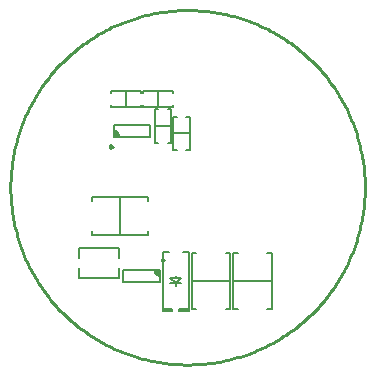
<source format=gto>
G04*
G04 #@! TF.GenerationSoftware,Altium Limited,Altium Designer,22.0.2 (36)*
G04*
G04 Layer_Color=65535*
%FSLAX25Y25*%
%MOIN*%
G70*
G04*
G04 #@! TF.SameCoordinates,1EF7E0F6-051E-4D54-85AB-B994BD640D93*
G04*
G04*
G04 #@! TF.FilePolarity,Positive*
G04*
G01*
G75*
%ADD10C,0.00984*%
%ADD11C,0.00787*%
%ADD12C,0.00591*%
%ADD13C,0.01000*%
G36*
X-9252Y-27559D02*
Y-29528D01*
X-9843D01*
X-11024Y-28346D01*
Y-27559D01*
X-9252D01*
D02*
G37*
G36*
X-24606Y16929D02*
Y18898D01*
X-24016D01*
X-22835Y17717D01*
Y16929D01*
X-24606D01*
D02*
G37*
D10*
X-25000Y13583D02*
X-25738Y14009D01*
Y13157D01*
X-25000Y13583D01*
X-7874Y-24213D02*
X-8612Y-23786D01*
Y-24639D01*
X-7874Y-24213D01*
D11*
X-22835Y17126D02*
X-23072Y18012D01*
X-23720Y18660D01*
X-24606Y18898D01*
X-11024Y-27756D02*
X-10786Y-28642D01*
X-10138Y-29290D01*
X-9252Y-29528D01*
X-24606Y20866D02*
X-12402D01*
X-24606Y16929D02*
X-12402D01*
Y20866D01*
X-24606Y16929D02*
Y20866D01*
X-22835Y16929D02*
Y17126D01*
X-2756Y-41315D02*
X394D01*
X-2756D02*
Y-40551D01*
X394Y-41315D02*
Y-21654D01*
X-1575D02*
X394D01*
X-3937Y-32776D02*
Y-31988D01*
X-5709D02*
X-2165D01*
X-3937D02*
X-2151Y-30202D01*
X-5723D02*
X-3937Y-31988D01*
X-5723Y-30202D02*
X-2151D01*
X-3951D02*
Y-29415D01*
X-2756Y-40551D02*
X394D01*
X-8268D02*
X-5118D01*
X-8268Y-21654D02*
X-6299D01*
X-8268Y-41315D02*
Y-21654D01*
X-5118Y-41315D02*
Y-40551D01*
X-8268Y-41315D02*
X-5118D01*
X-11024Y-27756D02*
Y-27559D01*
X-9252Y-31496D02*
Y-27559D01*
X-21457Y-31496D02*
Y-27559D01*
X-9252D01*
X-21457Y-31496D02*
X-9252D01*
X-36220Y-30315D02*
X-22835D01*
Y-26772D01*
X-36220Y-30315D02*
Y-26772D01*
Y-23622D02*
Y-20079D01*
X-22835Y-23622D02*
Y-20079D01*
X-36220D02*
X-22835D01*
D12*
X-25472Y26772D02*
Y27528D01*
Y26772D02*
X-15472D01*
Y27528D01*
Y31528D02*
Y32283D01*
X-25472D02*
X-15472D01*
X-25472Y31528D02*
Y32283D01*
X-20472Y26772D02*
Y32283D01*
X-4843Y31528D02*
Y32283D01*
X-14842D02*
X-4843D01*
X-14842Y31528D02*
Y32283D01*
Y26772D02*
Y27528D01*
Y26772D02*
X-4843D01*
Y27528D01*
X-9843Y26772D02*
Y32283D01*
X-4724Y18110D02*
X787D01*
X-4724Y12598D02*
X-3543D01*
X-4724D02*
Y23622D01*
X-3543D01*
X-394D02*
X787D01*
Y12598D02*
Y23622D01*
X-394Y12598D02*
X787D01*
X-11024Y20472D02*
X-5512D01*
X-6693Y25984D02*
X-5512D01*
Y14961D02*
Y25984D01*
X-6693Y14961D02*
X-5512D01*
X-11024D02*
X-9843D01*
X-11024D02*
Y25984D01*
X-9843D01*
X12795Y-21752D02*
X14272D01*
Y-40453D02*
Y-21752D01*
X12795Y-40453D02*
X14272D01*
X1476D02*
X2953D01*
X1476D02*
Y-21752D01*
X2953D01*
X1476Y-31102D02*
X14272D01*
X26575Y-21752D02*
X28051D01*
Y-40453D02*
Y-21752D01*
X26575Y-40453D02*
X28051D01*
X15256D02*
X16732D01*
X15256D02*
Y-21752D01*
X16732D01*
X15256Y-31102D02*
X28051D01*
X-13091Y-15846D02*
Y-14370D01*
X-31791Y-15846D02*
X-13091D01*
X-31791D02*
Y-14370D01*
Y-4528D02*
Y-3051D01*
X-13091D01*
Y-4528D02*
Y-3051D01*
X-22441Y-15846D02*
Y-3051D01*
D13*
X59055Y0D02*
X59047Y1000D01*
X59021Y2000D01*
X58979Y2999D01*
X58920Y3997D01*
X58843Y4995D01*
X58750Y5991D01*
X58641Y6985D01*
X58514Y7977D01*
X58371Y8967D01*
X58210Y9954D01*
X58033Y10938D01*
X57840Y11919D01*
X57630Y12897D01*
X57403Y13871D01*
X57160Y14841D01*
X56900Y15807D01*
X56624Y16769D01*
X56332Y17725D01*
X56024Y18677D01*
X55700Y19623D01*
X55359Y20563D01*
X55003Y21498D01*
X54631Y22426D01*
X54244Y23348D01*
X53841Y24263D01*
X53422Y25172D01*
X52988Y26073D01*
X52539Y26966D01*
X52075Y27852D01*
X51595Y28730D01*
X51101Y29600D01*
X50593Y30461D01*
X50070Y31313D01*
X49532Y32157D01*
X48981Y32991D01*
X48415Y33816D01*
X47835Y34631D01*
X47242Y35436D01*
X46635Y36231D01*
X46015Y37015D01*
X45381Y37789D01*
X44735Y38552D01*
X44076Y39305D01*
X43404Y40045D01*
X42719Y40775D01*
X42023Y41492D01*
X41314Y42198D01*
X40593Y42892D01*
X39861Y43573D01*
X39118Y44242D01*
X38363Y44898D01*
X37597Y45541D01*
X36820Y46171D01*
X36033Y46788D01*
X35236Y47392D01*
X34428Y47982D01*
X33610Y48558D01*
X32783Y49120D01*
X31947Y49668D01*
X31101Y50202D01*
X30246Y50721D01*
X29383Y51226D01*
X28511Y51717D01*
X27631Y52192D01*
X26744Y52653D01*
X25848Y53098D01*
X24945Y53528D01*
X24035Y53943D01*
X23118Y54342D01*
X22195Y54726D01*
X21264Y55094D01*
X20328Y55446D01*
X19387Y55782D01*
X18439Y56103D01*
X17486Y56407D01*
X16529Y56695D01*
X15566Y56967D01*
X14599Y57222D01*
X13628Y57461D01*
X12653Y57684D01*
X11674Y57890D01*
X10692Y58079D01*
X9707Y58252D01*
X8719Y58408D01*
X7729Y58547D01*
X6736Y58670D01*
X5742Y58775D01*
X4746Y58864D01*
X3748Y58936D01*
X2749Y58991D01*
X1750Y59029D01*
X750Y59050D01*
X-250Y59055D01*
X-1250Y59042D01*
X-2250Y59012D01*
X-3249Y58966D01*
X-4247Y58902D01*
X-5244Y58822D01*
X-6239Y58725D01*
X-7233Y58610D01*
X-8224Y58480D01*
X-9214Y58332D01*
X-10200Y58167D01*
X-11184Y57986D01*
X-12164Y57789D01*
X-13141Y57574D01*
X-14114Y57344D01*
X-15083Y57096D01*
X-16048Y56833D01*
X-17008Y56553D01*
X-17964Y56257D01*
X-18914Y55944D01*
X-19858Y55616D01*
X-20797Y55272D01*
X-21731Y54912D01*
X-22657Y54536D01*
X-23578Y54144D01*
X-24491Y53737D01*
X-25398Y53315D01*
X-26297Y52877D01*
X-27189Y52424D01*
X-28073Y51956D01*
X-28948Y51473D01*
X-29816Y50976D01*
X-30675Y50463D01*
X-31525Y49937D01*
X-32366Y49396D01*
X-33198Y48840D01*
X-34021Y48271D01*
X-34833Y47688D01*
X-35636Y47091D01*
X-36428Y46481D01*
X-37210Y45858D01*
X-37981Y45221D01*
X-38742Y44571D01*
X-39491Y43909D01*
X-40229Y43234D01*
X-40955Y42546D01*
X-41670Y41846D01*
X-42373Y41135D01*
X-43063Y40411D01*
X-43741Y39676D01*
X-44407Y38930D01*
X-45060Y38172D01*
X-45700Y37404D01*
X-46327Y36624D01*
X-46940Y35835D01*
X-47541Y35034D01*
X-48127Y34224D01*
X-48700Y33404D01*
X-49258Y32575D01*
X-49803Y31736D01*
X-50333Y30888D01*
X-50849Y30031D01*
X-51350Y29166D01*
X-51837Y28292D01*
X-52309Y27410D01*
X-52765Y26520D01*
X-53207Y25623D01*
X-53633Y24718D01*
X-54044Y23806D01*
X-54440Y22888D01*
X-54819Y21962D01*
X-55183Y21031D01*
X-55532Y20093D01*
X-55864Y19150D01*
X-56180Y18201D01*
X-56480Y17247D01*
X-56764Y16288D01*
X-57032Y15325D01*
X-57284Y14357D01*
X-57518Y13384D01*
X-57737Y12408D01*
X-57939Y11429D01*
X-58124Y10446D01*
X-58293Y9460D01*
X-58444Y8472D01*
X-58579Y7481D01*
X-58698Y6488D01*
X-58799Y5493D01*
X-58884Y4496D01*
X-58951Y3498D01*
X-59002Y2499D01*
X-59036Y1500D01*
X-59053Y500D01*
X-59053Y-500D01*
X-59036Y-1500D01*
X-59002Y-2500D01*
X-58951Y-3499D01*
X-58884Y-4497D01*
X-58799Y-5493D01*
X-58698Y-6488D01*
X-58579Y-7481D01*
X-58444Y-8472D01*
X-58292Y-9461D01*
X-58124Y-10447D01*
X-57938Y-11429D01*
X-57737Y-12409D01*
X-57518Y-13385D01*
X-57283Y-14357D01*
X-57032Y-15325D01*
X-56764Y-16289D01*
X-56480Y-17248D01*
X-56180Y-18202D01*
X-55864Y-19151D01*
X-55532Y-20094D01*
X-55183Y-21031D01*
X-54819Y-21963D01*
X-54439Y-22888D01*
X-54044Y-23807D01*
X-53633Y-24719D01*
X-53207Y-25623D01*
X-52765Y-26521D01*
X-52308Y-27411D01*
X-51837Y-28292D01*
X-51350Y-29166D01*
X-50849Y-30032D01*
X-50333Y-30889D01*
X-49803Y-31736D01*
X-49258Y-32575D01*
X-48699Y-33405D01*
X-48127Y-34225D01*
X-47540Y-35035D01*
X-46940Y-35835D01*
X-46326Y-36625D01*
X-45700Y-37404D01*
X-45059Y-38173D01*
X-44407Y-38930D01*
X-43741Y-39677D01*
X-43063Y-40412D01*
X-42372Y-41135D01*
X-41669Y-41847D01*
X-40955Y-42546D01*
X-40229Y-43234D01*
X-39491Y-43909D01*
X-38741Y-44572D01*
X-37981Y-45221D01*
X-37210Y-45858D01*
X-36428Y-46481D01*
X-35635Y-47092D01*
X-34833Y-47688D01*
X-34020Y-48272D01*
X-33198Y-48841D01*
X-32366Y-49396D01*
X-31525Y-49937D01*
X-30674Y-50464D01*
X-29816Y-50976D01*
X-28948Y-51473D01*
X-28072Y-51956D01*
X-27188Y-52424D01*
X-26296Y-52877D01*
X-25397Y-53315D01*
X-24491Y-53737D01*
X-23577Y-54145D01*
X-22657Y-54536D01*
X-21730Y-54912D01*
X-20797Y-55272D01*
X-19858Y-55616D01*
X-18913Y-55945D01*
X-17963Y-56257D01*
X-17008Y-56553D01*
X-16048Y-56833D01*
X-15083Y-57097D01*
X-14114Y-57344D01*
X-13141Y-57575D01*
X-12164Y-57789D01*
X-11183Y-57986D01*
X-10200Y-58168D01*
X-9213Y-58332D01*
X-8224Y-58480D01*
X-7232Y-58611D01*
X-6239Y-58725D01*
X-5244Y-58822D01*
X-4247Y-58902D01*
X-3249Y-58966D01*
X-2249Y-59012D01*
X-1250Y-59042D01*
X-250Y-59055D01*
X750Y-59050D01*
X1750Y-59029D01*
X2750Y-58991D01*
X3748Y-58936D01*
X4746Y-58864D01*
X5742Y-58775D01*
X6736Y-58670D01*
X7729Y-58547D01*
X8719Y-58408D01*
X9707Y-58252D01*
X10692Y-58079D01*
X11674Y-57890D01*
X12653Y-57684D01*
X13628Y-57461D01*
X14599Y-57222D01*
X15566Y-56967D01*
X16529Y-56695D01*
X17486Y-56407D01*
X18439Y-56103D01*
X19387Y-55782D01*
X20328Y-55446D01*
X21264Y-55094D01*
X22195Y-54726D01*
X23118Y-54342D01*
X24035Y-53943D01*
X24945Y-53528D01*
X25848Y-53098D01*
X26744Y-52653D01*
X27631Y-52192D01*
X28511Y-51717D01*
X29383Y-51227D01*
X30246Y-50722D01*
X31101Y-50202D01*
X31947Y-49668D01*
X32783Y-49120D01*
X33610Y-48558D01*
X34428Y-47982D01*
X35235Y-47392D01*
X36033Y-46788D01*
X36820Y-46171D01*
X37597Y-45541D01*
X38363Y-44898D01*
X39117Y-44242D01*
X39861Y-43573D01*
X40593Y-42892D01*
X41314Y-42198D01*
X42022Y-41493D01*
X42719Y-40775D01*
X43403Y-40046D01*
X44075Y-39305D01*
X44735Y-38553D01*
X45381Y-37790D01*
X46014Y-37016D01*
X46635Y-36231D01*
X47242Y-35436D01*
X47835Y-34631D01*
X48415Y-33816D01*
X48980Y-32991D01*
X49532Y-32157D01*
X50069Y-31314D01*
X50593Y-30461D01*
X51101Y-29600D01*
X51595Y-28731D01*
X52074Y-27853D01*
X52539Y-26967D01*
X52988Y-26073D01*
X53422Y-25172D01*
X53840Y-24264D01*
X54243Y-23349D01*
X54631Y-22427D01*
X55003Y-21498D01*
X55359Y-20564D01*
X55699Y-19623D01*
X56024Y-18677D01*
X56332Y-17726D01*
X56624Y-16769D01*
X56900Y-15808D01*
X57160Y-14842D01*
X57403Y-13872D01*
X57629Y-12898D01*
X57840Y-11920D01*
X58033Y-10939D01*
X58210Y-9955D01*
X58370Y-8967D01*
X58514Y-7978D01*
X58640Y-6986D01*
X58750Y-5991D01*
X58843Y-4996D01*
X58920Y-3999D01*
X58979Y-3000D01*
X59021Y-2001D01*
X59047Y-1001D01*
X59055Y-1D01*
Y0D01*
M02*

</source>
